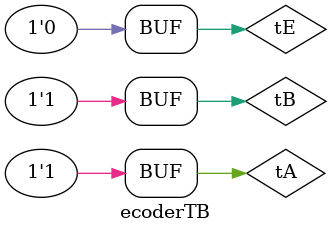
<source format=v>
module ecoderTB();
  reg tA,tB,tE;
  reg [0:3]tOut;
  encoder DUT(.A(tA),.B(tB),.E(tE),.D(tOut));
  
  initial
    begin
      #1 tA=1'b0; tB=1'b0; tE=1'b0;
      #1 tA=1'b0; tB=1'b1; tE=1'b0;
      #1 tA=1'b1; tB=1'b0; tE=1'b0;
      #1 tA=1'b1; tB=1'b1; tE=1'b0;
    end
  
  initial
    begin
      $monitor($time," A=%b , B=%b , E=%b , Out=%b",tA,tB,tE,tOut);
    end
endmodule
</source>
